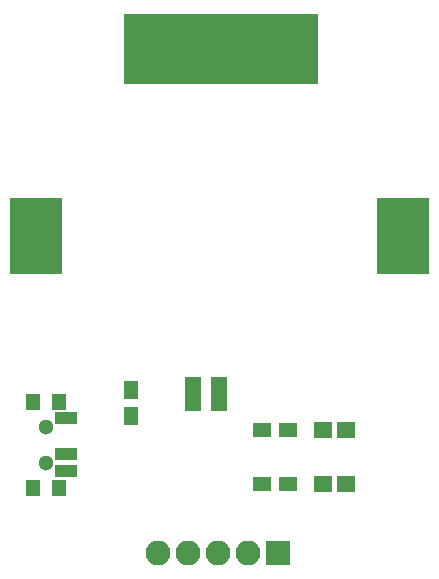
<source format=gbr>
G04 #@! TF.FileFunction,Soldermask,Top*
%FSLAX46Y46*%
G04 Gerber Fmt 4.6, Leading zero omitted, Abs format (unit mm)*
G04 Created by KiCad (PCBNEW 4.0.7) date Thu May 24 21:41:31 2018*
%MOMM*%
%LPD*%
G01*
G04 APERTURE LIST*
%ADD10C,0.100000*%
%ADD11R,4.400000X6.400000*%
%ADD12R,1.600000X1.400000*%
%ADD13R,2.100000X2.100000*%
%ADD14O,2.100000X2.100000*%
%ADD15R,1.300000X1.600000*%
%ADD16R,1.600000X1.300000*%
%ADD17C,1.300000*%
%ADD18R,1.900000X1.100000*%
%ADD19R,1.200000X1.400000*%
%ADD20R,1.460000X1.050000*%
%ADD21R,16.400000X5.900000*%
G04 APERTURE END LIST*
D10*
D11*
X164001100Y-105003600D03*
X133001100Y-105003600D03*
D12*
X159242000Y-121412000D03*
X157242000Y-121412000D03*
X159242000Y-125984000D03*
X157242000Y-125984000D03*
D13*
X153416000Y-131826000D03*
D14*
X150876000Y-131826000D03*
X148336000Y-131826000D03*
X145796000Y-131826000D03*
X143256000Y-131826000D03*
D15*
X140970000Y-120226000D03*
X140970000Y-118026000D03*
D16*
X152062000Y-121412000D03*
X154262000Y-121412000D03*
X152062000Y-125984000D03*
X154262000Y-125984000D03*
D17*
X133782000Y-121182000D03*
X133782000Y-124182000D03*
D18*
X135542000Y-120432000D03*
X135542000Y-123432000D03*
X135542000Y-124932000D03*
D19*
X132682000Y-119032000D03*
X132682000Y-126332000D03*
X134892000Y-126332000D03*
X134892000Y-119032000D03*
D20*
X148420000Y-119314000D03*
X148420000Y-118364000D03*
X148420000Y-117414000D03*
X146220000Y-117414000D03*
X146220000Y-119314000D03*
X146220000Y-118364000D03*
D21*
X148590000Y-89154000D03*
M02*

</source>
